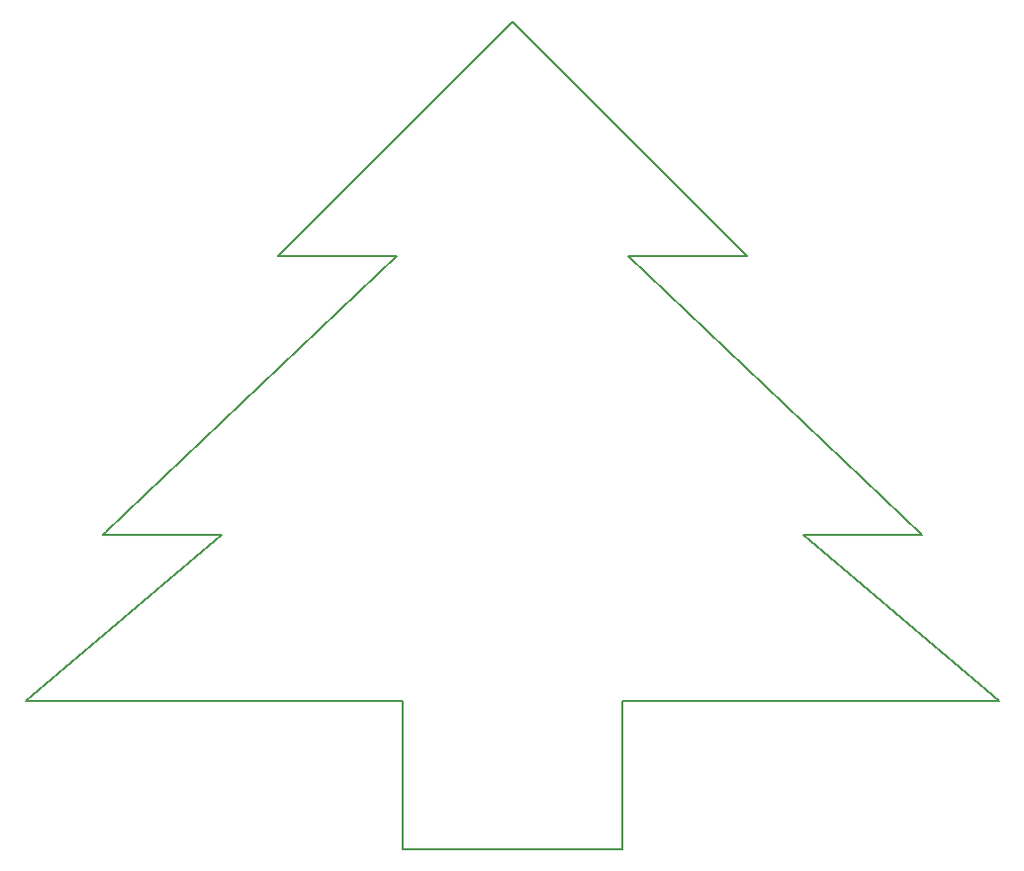
<source format=gbr>
G04 #@! TF.GenerationSoftware,KiCad,Pcbnew,(5.0.0)*
G04 #@! TF.CreationDate,2018-12-05T15:31:39-05:00*
G04 #@! TF.ProjectId,Christmas Ornament,4368726973746D6173204F726E616D65,rev?*
G04 #@! TF.SameCoordinates,Original*
G04 #@! TF.FileFunction,Profile,NP*
%FSLAX46Y46*%
G04 Gerber Fmt 4.6, Leading zero omitted, Abs format (unit mm)*
G04 Created by KiCad (PCBNEW (5.0.0)) date 12/05/18 15:31:39*
%MOMM*%
%LPD*%
G01*
G04 APERTURE LIST*
%ADD10C,0.150000*%
%ADD11C,0.200000*%
G04 APERTURE END LIST*
D10*
X231648000Y-140208000D02*
X263906000Y-140208000D01*
D11*
X197358000Y-125984000D02*
X180594000Y-140208000D01*
X187198000Y-125984000D02*
X197358000Y-125984000D01*
X187452000Y-125730000D02*
X187198000Y-125984000D01*
X212344000Y-102108000D02*
X187452000Y-125730000D01*
X202184000Y-102108000D02*
X212344000Y-102108000D01*
X202438000Y-101854000D02*
X202184000Y-102108000D01*
X202692000Y-101600000D02*
X202438000Y-101854000D01*
X222250000Y-82042000D02*
X202692000Y-101600000D01*
X242316000Y-102108000D02*
X222250000Y-82042000D01*
X242062000Y-102108000D02*
X242316000Y-102108000D01*
X241808000Y-102108000D02*
X242062000Y-102108000D01*
X232156000Y-102108000D02*
X241808000Y-102108000D01*
X257302000Y-125984000D02*
X232156000Y-102108000D01*
X257048000Y-125984000D02*
X257302000Y-125984000D01*
X256794000Y-125984000D02*
X257048000Y-125984000D01*
X247142000Y-125984000D02*
X256794000Y-125984000D01*
X263906000Y-140208000D02*
X247142000Y-125984000D01*
D10*
X231648000Y-152908000D02*
X231648000Y-140208000D01*
X212852000Y-152908000D02*
X231648000Y-152908000D01*
X212852000Y-140208000D02*
X212852000Y-152908000D01*
X212852000Y-140208000D02*
X180594000Y-140208000D01*
M02*

</source>
